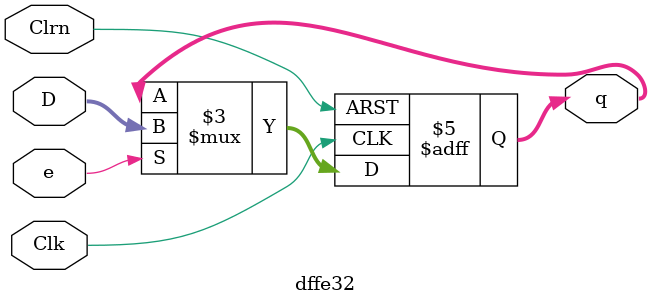
<source format=v>
`timescale 1ns / 1ps


module dffe32(D,Clk,Clrn,e,q);
    input [31:0]D;
    input Clk,Clrn,e;
    output [31:0]q;
    reg[31:0]q;
    always @(negedge Clrn or posedge Clk)
        if (Clrn ==0)
        begin 
            q<= 0;
        end
        else begin 
        if(e) q <= D;
        end
endmodule

</source>
